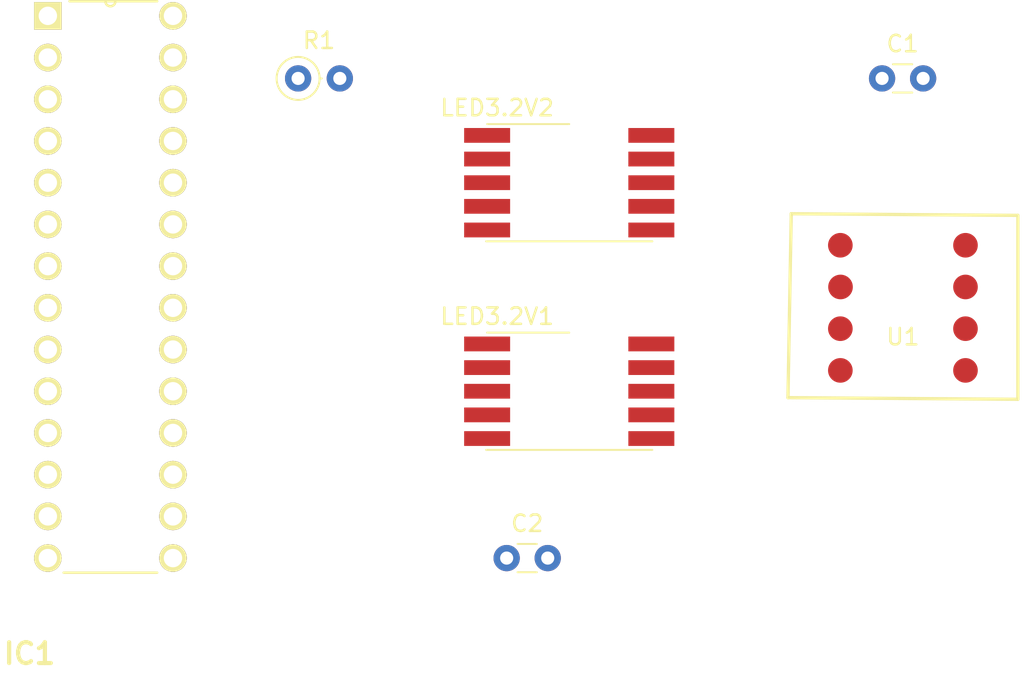
<source format=kicad_pcb>
(kicad_pcb (version 4) (host pcbnew 4.0.1-stable)

  (general
    (links 36)
    (no_connects 36)
    (area 0 0 0 0)
    (thickness 1.6)
    (drawings 0)
    (tracks 0)
    (zones 0)
    (modules 7)
    (nets 27)
  )

  (page A4)
  (layers
    (0 F.Cu signal)
    (31 B.Cu signal)
    (32 B.Adhes user)
    (33 F.Adhes user)
    (34 B.Paste user)
    (35 F.Paste user)
    (36 B.SilkS user)
    (37 F.SilkS user)
    (38 B.Mask user)
    (39 F.Mask user)
    (40 Dwgs.User user)
    (41 Cmts.User user)
    (42 Eco1.User user)
    (43 Eco2.User user)
    (44 Edge.Cuts user)
    (45 Margin user)
    (46 B.CrtYd user)
    (47 F.CrtYd user)
    (48 B.Fab user)
    (49 F.Fab user)
  )

  (setup
    (last_trace_width 0.25)
    (trace_clearance 0.2)
    (zone_clearance 0.508)
    (zone_45_only no)
    (trace_min 0.2)
    (segment_width 0.2)
    (edge_width 0.15)
    (via_size 0.6)
    (via_drill 0.4)
    (via_min_size 0.4)
    (via_min_drill 0.3)
    (uvia_size 0.3)
    (uvia_drill 0.1)
    (uvias_allowed no)
    (uvia_min_size 0.2)
    (uvia_min_drill 0.1)
    (pcb_text_width 0.3)
    (pcb_text_size 1.5 1.5)
    (mod_edge_width 0.15)
    (mod_text_size 1 1)
    (mod_text_width 0.15)
    (pad_size 1.524 1.524)
    (pad_drill 0.762)
    (pad_to_mask_clearance 0.2)
    (aux_axis_origin 0 0)
    (visible_elements 7FFFFFFF)
    (pcbplotparams
      (layerselection 0x00030_80000001)
      (usegerberextensions false)
      (excludeedgelayer true)
      (linewidth 0.100000)
      (plotframeref false)
      (viasonmask false)
      (mode 1)
      (useauxorigin false)
      (hpglpennumber 1)
      (hpglpenspeed 20)
      (hpglpendiameter 15)
      (hpglpenoverlay 2)
      (psnegative false)
      (psa4output false)
      (plotreference true)
      (plotvalue true)
      (plotinvisibletext false)
      (padsonsilk false)
      (subtractmaskfromsilk false)
      (outputformat 1)
      (mirror false)
      (drillshape 1)
      (scaleselection 1)
      (outputdirectory ""))
  )

  (net 0 "")
  (net 1 VCC)
  (net 2 GND)
  (net 3 "Net-(C2-Pad1)")
  (net 4 "Net-(IC1-Pad1)")
  (net 5 "Net-(IC1-Pad2)")
  (net 6 "Net-(IC1-Pad3)")
  (net 7 "Net-(IC1-Pad4)")
  (net 8 "Net-(IC1-Pad5)")
  (net 9 "Net-(IC1-Pad6)")
  (net 10 "Net-(IC1-Pad9)")
  (net 11 "Net-(IC1-Pad10)")
  (net 12 "Net-(IC1-Pad11)")
  (net 13 "Net-(IC1-Pad12)")
  (net 14 "Net-(IC1-Pad13)")
  (net 15 "Net-(IC1-Pad14)")
  (net 16 "Net-(IC1-Pad15)")
  (net 17 "Net-(IC1-Pad16)")
  (net 18 "Net-(IC1-Pad17)")
  (net 19 "Net-(IC1-Pad18)")
  (net 20 "Net-(IC1-Pad19)")
  (net 21 "Net-(IC1-Pad23)")
  (net 22 "Net-(IC1-Pad24)")
  (net 23 "Net-(IC1-Pad25)")
  (net 24 "Net-(IC1-Pad26)")
  (net 25 "Net-(IC1-Pad27)")
  (net 26 "Net-(IC1-Pad28)")

  (net_class Default "これは標準のネット クラスです。"
    (clearance 0.2)
    (trace_width 0.25)
    (via_dia 0.6)
    (via_drill 0.4)
    (uvia_dia 0.3)
    (uvia_drill 0.1)
    (add_net GND)
    (add_net "Net-(C2-Pad1)")
    (add_net "Net-(IC1-Pad1)")
    (add_net "Net-(IC1-Pad10)")
    (add_net "Net-(IC1-Pad11)")
    (add_net "Net-(IC1-Pad12)")
    (add_net "Net-(IC1-Pad13)")
    (add_net "Net-(IC1-Pad14)")
    (add_net "Net-(IC1-Pad15)")
    (add_net "Net-(IC1-Pad16)")
    (add_net "Net-(IC1-Pad17)")
    (add_net "Net-(IC1-Pad18)")
    (add_net "Net-(IC1-Pad19)")
    (add_net "Net-(IC1-Pad2)")
    (add_net "Net-(IC1-Pad23)")
    (add_net "Net-(IC1-Pad24)")
    (add_net "Net-(IC1-Pad25)")
    (add_net "Net-(IC1-Pad26)")
    (add_net "Net-(IC1-Pad27)")
    (add_net "Net-(IC1-Pad28)")
    (add_net "Net-(IC1-Pad3)")
    (add_net "Net-(IC1-Pad4)")
    (add_net "Net-(IC1-Pad5)")
    (add_net "Net-(IC1-Pad6)")
    (add_net "Net-(IC1-Pad9)")
    (add_net VCC)
  )

  (module Capacitors_ThroughHole:C_Disc_D3.0mm_W1.6mm_P2.50mm (layer F.Cu) (tedit 597BC7C2) (tstamp 5ABB7953)
    (at 140.97 74.93)
    (descr "C, Disc series, Radial, pin pitch=2.50mm, , diameter*width=3.0*1.6mm^2, Capacitor, http://www.vishay.com/docs/45233/krseries.pdf")
    (tags "C Disc series Radial pin pitch 2.50mm  diameter 3.0mm width 1.6mm Capacitor")
    (path /5ABB5354)
    (fp_text reference C1 (at 1.25 -2.11) (layer F.SilkS)
      (effects (font (size 1 1) (thickness 0.15)))
    )
    (fp_text value 0.1u (at 1.25 2.11) (layer F.Fab)
      (effects (font (size 1 1) (thickness 0.15)))
    )
    (fp_line (start -0.25 -0.8) (end -0.25 0.8) (layer F.Fab) (width 0.1))
    (fp_line (start -0.25 0.8) (end 2.75 0.8) (layer F.Fab) (width 0.1))
    (fp_line (start 2.75 0.8) (end 2.75 -0.8) (layer F.Fab) (width 0.1))
    (fp_line (start 2.75 -0.8) (end -0.25 -0.8) (layer F.Fab) (width 0.1))
    (fp_line (start 0.663 -0.861) (end 1.837 -0.861) (layer F.SilkS) (width 0.12))
    (fp_line (start 0.663 0.861) (end 1.837 0.861) (layer F.SilkS) (width 0.12))
    (fp_line (start -1.05 -1.15) (end -1.05 1.15) (layer F.CrtYd) (width 0.05))
    (fp_line (start -1.05 1.15) (end 3.55 1.15) (layer F.CrtYd) (width 0.05))
    (fp_line (start 3.55 1.15) (end 3.55 -1.15) (layer F.CrtYd) (width 0.05))
    (fp_line (start 3.55 -1.15) (end -1.05 -1.15) (layer F.CrtYd) (width 0.05))
    (fp_text user %R (at 1.25 0) (layer F.Fab)
      (effects (font (size 1 1) (thickness 0.15)))
    )
    (pad 1 thru_hole circle (at 0 0) (size 1.6 1.6) (drill 0.8) (layers *.Cu *.Mask)
      (net 1 VCC))
    (pad 2 thru_hole circle (at 2.5 0) (size 1.6 1.6) (drill 0.8) (layers *.Cu *.Mask)
      (net 2 GND))
    (model ${KISYS3DMOD}/Capacitors_THT.3dshapes/C_Disc_D3.0mm_W1.6mm_P2.50mm.wrl
      (at (xyz 0 0 0))
      (scale (xyz 1 1 1))
      (rotate (xyz 0 0 0))
    )
  )

  (module Capacitors_ThroughHole:C_Disc_D3.0mm_W1.6mm_P2.50mm (layer F.Cu) (tedit 597BC7C2) (tstamp 5ABB7959)
    (at 118.11 104.14)
    (descr "C, Disc series, Radial, pin pitch=2.50mm, , diameter*width=3.0*1.6mm^2, Capacitor, http://www.vishay.com/docs/45233/krseries.pdf")
    (tags "C Disc series Radial pin pitch 2.50mm  diameter 3.0mm width 1.6mm Capacitor")
    (path /5ABB3D43)
    (fp_text reference C2 (at 1.25 -2.11) (layer F.SilkS)
      (effects (font (size 1 1) (thickness 0.15)))
    )
    (fp_text value 0.1u (at 1.25 2.11) (layer F.Fab)
      (effects (font (size 1 1) (thickness 0.15)))
    )
    (fp_line (start -0.25 -0.8) (end -0.25 0.8) (layer F.Fab) (width 0.1))
    (fp_line (start -0.25 0.8) (end 2.75 0.8) (layer F.Fab) (width 0.1))
    (fp_line (start 2.75 0.8) (end 2.75 -0.8) (layer F.Fab) (width 0.1))
    (fp_line (start 2.75 -0.8) (end -0.25 -0.8) (layer F.Fab) (width 0.1))
    (fp_line (start 0.663 -0.861) (end 1.837 -0.861) (layer F.SilkS) (width 0.12))
    (fp_line (start 0.663 0.861) (end 1.837 0.861) (layer F.SilkS) (width 0.12))
    (fp_line (start -1.05 -1.15) (end -1.05 1.15) (layer F.CrtYd) (width 0.05))
    (fp_line (start -1.05 1.15) (end 3.55 1.15) (layer F.CrtYd) (width 0.05))
    (fp_line (start 3.55 1.15) (end 3.55 -1.15) (layer F.CrtYd) (width 0.05))
    (fp_line (start 3.55 -1.15) (end -1.05 -1.15) (layer F.CrtYd) (width 0.05))
    (fp_text user %R (at 1.25 0) (layer F.Fab)
      (effects (font (size 1 1) (thickness 0.15)))
    )
    (pad 1 thru_hole circle (at 0 0) (size 1.6 1.6) (drill 0.8) (layers *.Cu *.Mask)
      (net 3 "Net-(C2-Pad1)"))
    (pad 2 thru_hole circle (at 2.5 0) (size 1.6 1.6) (drill 0.8) (layers *.Cu *.Mask)
      (net 2 GND))
    (model ${KISYS3DMOD}/Capacitors_THT.3dshapes/C_Disc_D3.0mm_W1.6mm_P2.50mm.wrl
      (at (xyz 0 0 0))
      (scale (xyz 1 1 1))
      (rotate (xyz 0 0 0))
    )
  )

  (module SamacSys_Parts:DIP254P762X457-28 (layer F.Cu) (tedit 5AB0B197) (tstamp 5ABB7979)
    (at 97.79 104.14)
    (descr DIP254P762X457-28-ren1)
    (tags "Integrated Circuit")
    (path /5ABB484A)
    (fp_text reference IC1 (at -8.7376 5.8166) (layer F.SilkS)
      (effects (font (size 1.27 1.27) (thickness 0.254)))
    )
    (fp_text value ATMEGA168-20PU?Arduino (at -8.7376 5.8166) (layer F.SilkS) hide
      (effects (font (size 1.27 1.27) (thickness 0.254)))
    )
    (fp_line (start -6.6548 0.889) (end -0.9652 0.889) (layer F.SilkS) (width 0.1524))
    (fp_line (start -0.9652 -33.909) (end -3.5052 -33.909) (layer F.SilkS) (width 0.1524))
    (fp_line (start -3.5052 -33.909) (end -4.1148 -33.909) (layer F.SilkS) (width 0.1524))
    (fp_line (start -4.1148 -33.909) (end -6.2992 -33.909) (layer F.SilkS) (width 0.1524))
    (fp_arc (start -3.81 -33.909) (end -3.5052 -33.909) (angle 180) (layer F.SilkS) (width 0.1524))
    (pad 1 thru_hole rect (at -7.62 -33.02 90) (size 1.6764 1.6764) (drill 1.1176) (layers *.Cu *.Mask F.SilkS)
      (net 4 "Net-(IC1-Pad1)"))
    (pad 2 thru_hole circle (at -7.62 -30.48 90) (size 1.6764 1.6764) (drill 1.1176) (layers *.Cu *.Mask F.SilkS)
      (net 5 "Net-(IC1-Pad2)"))
    (pad 3 thru_hole circle (at -7.62 -27.94 90) (size 1.6764 1.6764) (drill 1.1176) (layers *.Cu *.Mask F.SilkS)
      (net 6 "Net-(IC1-Pad3)"))
    (pad 4 thru_hole circle (at -7.62 -25.4 90) (size 1.6764 1.6764) (drill 1.1176) (layers *.Cu *.Mask F.SilkS)
      (net 7 "Net-(IC1-Pad4)"))
    (pad 5 thru_hole circle (at -7.62 -22.86 90) (size 1.6764 1.6764) (drill 1.1176) (layers *.Cu *.Mask F.SilkS)
      (net 8 "Net-(IC1-Pad5)"))
    (pad 6 thru_hole circle (at -7.62 -20.32 90) (size 1.6764 1.6764) (drill 1.1176) (layers *.Cu *.Mask F.SilkS)
      (net 9 "Net-(IC1-Pad6)"))
    (pad 7 thru_hole circle (at -7.62 -17.78 90) (size 1.6764 1.6764) (drill 1.1176) (layers *.Cu *.Mask F.SilkS)
      (net 1 VCC))
    (pad 8 thru_hole circle (at -7.62 -15.24 90) (size 1.6764 1.6764) (drill 1.1176) (layers *.Cu *.Mask F.SilkS)
      (net 2 GND))
    (pad 9 thru_hole circle (at -7.62 -12.7 90) (size 1.6764 1.6764) (drill 1.1176) (layers *.Cu *.Mask F.SilkS)
      (net 10 "Net-(IC1-Pad9)"))
    (pad 10 thru_hole circle (at -7.62 -10.16 90) (size 1.6764 1.6764) (drill 1.1176) (layers *.Cu *.Mask F.SilkS)
      (net 11 "Net-(IC1-Pad10)"))
    (pad 11 thru_hole circle (at -7.62 -7.62 90) (size 1.6764 1.6764) (drill 1.1176) (layers *.Cu *.Mask F.SilkS)
      (net 12 "Net-(IC1-Pad11)"))
    (pad 12 thru_hole circle (at -7.62 -5.08 90) (size 1.6764 1.6764) (drill 1.1176) (layers *.Cu *.Mask F.SilkS)
      (net 13 "Net-(IC1-Pad12)"))
    (pad 13 thru_hole circle (at -7.62 -2.54 90) (size 1.6764 1.6764) (drill 1.1176) (layers *.Cu *.Mask F.SilkS)
      (net 14 "Net-(IC1-Pad13)"))
    (pad 14 thru_hole circle (at -7.62 0 90) (size 1.6764 1.6764) (drill 1.1176) (layers *.Cu *.Mask F.SilkS)
      (net 15 "Net-(IC1-Pad14)"))
    (pad 15 thru_hole circle (at 0 0 90) (size 1.6764 1.6764) (drill 1.1176) (layers *.Cu *.Mask F.SilkS)
      (net 16 "Net-(IC1-Pad15)"))
    (pad 16 thru_hole circle (at 0 -2.54 90) (size 1.6764 1.6764) (drill 1.1176) (layers *.Cu *.Mask F.SilkS)
      (net 17 "Net-(IC1-Pad16)"))
    (pad 17 thru_hole circle (at 0 -5.08 90) (size 1.6764 1.6764) (drill 1.1176) (layers *.Cu *.Mask F.SilkS)
      (net 18 "Net-(IC1-Pad17)"))
    (pad 18 thru_hole circle (at 0 -7.62 90) (size 1.6764 1.6764) (drill 1.1176) (layers *.Cu *.Mask F.SilkS)
      (net 19 "Net-(IC1-Pad18)"))
    (pad 19 thru_hole circle (at 0 -10.16 90) (size 1.6764 1.6764) (drill 1.1176) (layers *.Cu *.Mask F.SilkS)
      (net 20 "Net-(IC1-Pad19)"))
    (pad 20 thru_hole circle (at 0 -12.7 90) (size 1.6764 1.6764) (drill 1.1176) (layers *.Cu *.Mask F.SilkS)
      (net 1 VCC))
    (pad 21 thru_hole circle (at 0 -15.24 90) (size 1.6764 1.6764) (drill 1.1176) (layers *.Cu *.Mask F.SilkS)
      (net 3 "Net-(C2-Pad1)"))
    (pad 22 thru_hole circle (at 0 -17.78 90) (size 1.6764 1.6764) (drill 1.1176) (layers *.Cu *.Mask F.SilkS)
      (net 2 GND))
    (pad 23 thru_hole circle (at 0 -20.32 90) (size 1.6764 1.6764) (drill 1.1176) (layers *.Cu *.Mask F.SilkS)
      (net 21 "Net-(IC1-Pad23)"))
    (pad 24 thru_hole circle (at 0 -22.86 90) (size 1.6764 1.6764) (drill 1.1176) (layers *.Cu *.Mask F.SilkS)
      (net 22 "Net-(IC1-Pad24)"))
    (pad 25 thru_hole circle (at 0 -25.4 90) (size 1.6764 1.6764) (drill 1.1176) (layers *.Cu *.Mask F.SilkS)
      (net 23 "Net-(IC1-Pad25)"))
    (pad 26 thru_hole circle (at 0 -27.94 90) (size 1.6764 1.6764) (drill 1.1176) (layers *.Cu *.Mask F.SilkS)
      (net 24 "Net-(IC1-Pad26)"))
    (pad 27 thru_hole circle (at 0 -30.48 90) (size 1.6764 1.6764) (drill 1.1176) (layers *.Cu *.Mask F.SilkS)
      (net 25 "Net-(IC1-Pad27)"))
    (pad 28 thru_hole circle (at 0 -33.02 90) (size 1.6764 1.6764) (drill 1.1176) (layers *.Cu *.Mask F.SilkS)
      (net 26 "Net-(IC1-Pad28)"))
  )

  (module Displays_7-Segment:KCSC02-136 (layer F.Cu) (tedit 597CA69D) (tstamp 5ABB7987)
    (at 121.92 93.98)
    (descr "http://www.kingbright.com/attachments/file/psearch/000/00/00/KCSC02-136(Ver.6B).pdf")
    (tags "Single digit 7 segement super bright yellow LED")
    (path /5AACC3D1)
    (attr smd)
    (fp_text reference LED3.2V1 (at -4.39 -4.56) (layer F.SilkS)
      (effects (font (size 1 1) (thickness 0.15)))
    )
    (fp_text value 10-PA5 (at -1.51 4.55) (layer F.Fab)
      (effects (font (size 1 1) (thickness 0.15)))
    )
    (fp_text user %R (at 0.61 0.01) (layer F.Fab)
      (effects (font (size 1 1) (thickness 0.15)))
    )
    (fp_line (start -6.65 -3.7) (end 6.65 -3.7) (layer F.CrtYd) (width 0.05))
    (fp_line (start 6.65 -3.7) (end 6.65 3.7) (layer F.CrtYd) (width 0.05))
    (fp_line (start 6.65 3.7) (end -6.65 3.7) (layer F.CrtYd) (width 0.05))
    (fp_line (start -6.65 -3.7) (end -6.65 3.7) (layer F.CrtYd) (width 0.05))
    (fp_line (start 5.06 3.57) (end -5.06 3.57) (layer F.SilkS) (width 0.12))
    (fp_line (start -5 -3.57) (end 0 -3.57) (layer F.SilkS) (width 0.12))
    (fp_line (start 5 3.45) (end -5 3.45) (layer F.Fab) (width 0.1))
    (fp_line (start -5 3.45) (end -5 -1.45) (layer F.Fab) (width 0.1))
    (fp_line (start -5 -1.45) (end -3 -3.45) (layer F.Fab) (width 0.1))
    (fp_line (start -3 -3.45) (end 5 -3.45) (layer F.Fab) (width 0.1))
    (fp_line (start 5 -3.45) (end 5 3.45) (layer F.Fab) (width 0.1))
    (pad 1 smd rect (at -5 -2.88) (size 2.8 0.9) (layers F.Cu F.Paste F.Mask)
      (net 13 "Net-(IC1-Pad12)"))
    (pad 2 smd rect (at -5 -1.44) (size 2.8 0.9) (layers F.Cu F.Paste F.Mask)
      (net 12 "Net-(IC1-Pad11)"))
    (pad 3 smd rect (at -5 0) (size 2.8 0.9) (layers F.Cu F.Paste F.Mask)
      (net 22 "Net-(IC1-Pad24)"))
    (pad 4 smd rect (at -5 1.44) (size 2.8 0.9) (layers F.Cu F.Paste F.Mask)
      (net 9 "Net-(IC1-Pad6)"))
    (pad 5 smd rect (at -5 2.88) (size 2.8 0.9) (layers F.Cu F.Paste F.Mask)
      (net 16 "Net-(IC1-Pad15)"))
    (pad 6 smd rect (at 5 2.88) (size 2.8 0.9) (layers F.Cu F.Paste F.Mask)
      (net 8 "Net-(IC1-Pad5)"))
    (pad 7 smd rect (at 5 1.44) (size 2.8 0.9) (layers F.Cu F.Paste F.Mask)
      (net 7 "Net-(IC1-Pad4)"))
    (pad 8 smd rect (at 5 0) (size 2.8 0.9) (layers F.Cu F.Paste F.Mask)
      (net 22 "Net-(IC1-Pad24)"))
    (pad 9 smd rect (at 5 -1.44) (size 2.8 0.9) (layers F.Cu F.Paste F.Mask)
      (net 14 "Net-(IC1-Pad13)"))
    (pad 10 smd rect (at 5 -2.88) (size 2.8 0.9) (layers F.Cu F.Paste F.Mask)
      (net 15 "Net-(IC1-Pad14)"))
    (model ${KISYS3DMOD}/Displays_7-Segment.3dshapes/KCSC02-136.wrl
      (at (xyz 0 0 0))
      (scale (xyz 1 1 1))
      (rotate (xyz 0 0 0))
    )
  )

  (module Displays_7-Segment:KCSC02-136 (layer F.Cu) (tedit 597CA69D) (tstamp 5ABB7995)
    (at 121.92 81.28)
    (descr "http://www.kingbright.com/attachments/file/psearch/000/00/00/KCSC02-136(Ver.6B).pdf")
    (tags "Single digit 7 segement super bright yellow LED")
    (path /5AACC4A6)
    (attr smd)
    (fp_text reference LED3.2V2 (at -4.39 -4.56) (layer F.SilkS)
      (effects (font (size 1 1) (thickness 0.15)))
    )
    (fp_text value 10-PA5 (at -1.51 4.55) (layer F.Fab)
      (effects (font (size 1 1) (thickness 0.15)))
    )
    (fp_text user %R (at 0.61 0.01) (layer F.Fab)
      (effects (font (size 1 1) (thickness 0.15)))
    )
    (fp_line (start -6.65 -3.7) (end 6.65 -3.7) (layer F.CrtYd) (width 0.05))
    (fp_line (start 6.65 -3.7) (end 6.65 3.7) (layer F.CrtYd) (width 0.05))
    (fp_line (start 6.65 3.7) (end -6.65 3.7) (layer F.CrtYd) (width 0.05))
    (fp_line (start -6.65 -3.7) (end -6.65 3.7) (layer F.CrtYd) (width 0.05))
    (fp_line (start 5.06 3.57) (end -5.06 3.57) (layer F.SilkS) (width 0.12))
    (fp_line (start -5 -3.57) (end 0 -3.57) (layer F.SilkS) (width 0.12))
    (fp_line (start 5 3.45) (end -5 3.45) (layer F.Fab) (width 0.1))
    (fp_line (start -5 3.45) (end -5 -1.45) (layer F.Fab) (width 0.1))
    (fp_line (start -5 -1.45) (end -3 -3.45) (layer F.Fab) (width 0.1))
    (fp_line (start -3 -3.45) (end 5 -3.45) (layer F.Fab) (width 0.1))
    (fp_line (start 5 -3.45) (end 5 3.45) (layer F.Fab) (width 0.1))
    (pad 1 smd rect (at -5 -2.88) (size 2.8 0.9) (layers F.Cu F.Paste F.Mask)
      (net 13 "Net-(IC1-Pad12)"))
    (pad 2 smd rect (at -5 -1.44) (size 2.8 0.9) (layers F.Cu F.Paste F.Mask)
      (net 12 "Net-(IC1-Pad11)"))
    (pad 3 smd rect (at -5 0) (size 2.8 0.9) (layers F.Cu F.Paste F.Mask)
      (net 21 "Net-(IC1-Pad23)"))
    (pad 4 smd rect (at -5 1.44) (size 2.8 0.9) (layers F.Cu F.Paste F.Mask)
      (net 9 "Net-(IC1-Pad6)"))
    (pad 5 smd rect (at -5 2.88) (size 2.8 0.9) (layers F.Cu F.Paste F.Mask)
      (net 16 "Net-(IC1-Pad15)"))
    (pad 6 smd rect (at 5 2.88) (size 2.8 0.9) (layers F.Cu F.Paste F.Mask)
      (net 8 "Net-(IC1-Pad5)"))
    (pad 7 smd rect (at 5 1.44) (size 2.8 0.9) (layers F.Cu F.Paste F.Mask)
      (net 7 "Net-(IC1-Pad4)"))
    (pad 8 smd rect (at 5 0) (size 2.8 0.9) (layers F.Cu F.Paste F.Mask)
      (net 21 "Net-(IC1-Pad23)"))
    (pad 9 smd rect (at 5 -1.44) (size 2.8 0.9) (layers F.Cu F.Paste F.Mask)
      (net 14 "Net-(IC1-Pad13)"))
    (pad 10 smd rect (at 5 -2.88) (size 2.8 0.9) (layers F.Cu F.Paste F.Mask)
      (net 15 "Net-(IC1-Pad14)"))
    (model ${KISYS3DMOD}/Displays_7-Segment.3dshapes/KCSC02-136.wrl
      (at (xyz 0 0 0))
      (scale (xyz 1 1 1))
      (rotate (xyz 0 0 0))
    )
  )

  (module Resistors_ThroughHole:R_Axial_DIN0207_L6.3mm_D2.5mm_P2.54mm_Vertical (layer F.Cu) (tedit 5874F706) (tstamp 5ABB799B)
    (at 105.41 74.93)
    (descr "Resistor, Axial_DIN0207 series, Axial, Vertical, pin pitch=2.54mm, 0.25W = 1/4W, length*diameter=6.3*2.5mm^2, http://cdn-reichelt.de/documents/datenblatt/B400/1_4W%23YAG.pdf")
    (tags "Resistor Axial_DIN0207 series Axial Vertical pin pitch 2.54mm 0.25W = 1/4W length 6.3mm diameter 2.5mm")
    (path /5ABB64CA)
    (fp_text reference R1 (at 1.27 -2.31) (layer F.SilkS)
      (effects (font (size 1 1) (thickness 0.15)))
    )
    (fp_text value 10k (at 1.27 2.31) (layer F.Fab)
      (effects (font (size 1 1) (thickness 0.15)))
    )
    (fp_circle (center 0 0) (end 1.25 0) (layer F.Fab) (width 0.1))
    (fp_circle (center 0 0) (end 1.31 0) (layer F.SilkS) (width 0.12))
    (fp_line (start 0 0) (end 2.54 0) (layer F.Fab) (width 0.1))
    (fp_line (start 1.31 0) (end 1.44 0) (layer F.SilkS) (width 0.12))
    (fp_line (start -1.6 -1.6) (end -1.6 1.6) (layer F.CrtYd) (width 0.05))
    (fp_line (start -1.6 1.6) (end 3.65 1.6) (layer F.CrtYd) (width 0.05))
    (fp_line (start 3.65 1.6) (end 3.65 -1.6) (layer F.CrtYd) (width 0.05))
    (fp_line (start 3.65 -1.6) (end -1.6 -1.6) (layer F.CrtYd) (width 0.05))
    (pad 1 thru_hole circle (at 0 0) (size 1.6 1.6) (drill 0.8) (layers *.Cu *.Mask)
      (net 4 "Net-(IC1-Pad1)"))
    (pad 2 thru_hole oval (at 2.54 0) (size 1.6 1.6) (drill 0.8) (layers *.Cu *.Mask)
      (net 1 VCC))
    (model ${KISYS3DMOD}/Resistors_THT.3dshapes/R_Axial_DIN0207_L6.3mm_D2.5mm_P2.54mm_Vertical.wrl
      (at (xyz 0 0 0))
      (scale (xyz 0.393701 0.393701 0.393701))
      (rotate (xyz 0 0 0))
    )
  )

  (module kicdFirstProject:SCP1000-D01 (layer F.Cu) (tedit 5AAC11D6) (tstamp 5ABB79A7)
    (at 142.24 90.17)
    (path /5A87E242)
    (fp_text reference U1 (at 0 0.5) (layer F.SilkS)
      (effects (font (size 1 1) (thickness 0.15)))
    )
    (fp_text value AE-SCP1000-D01 (at 0.3 -9.4) (layer F.Fab)
      (effects (font (size 1 1) (thickness 0.15)))
    )
    (fp_line (start -6.8 -7) (end 7 -6.9) (layer F.SilkS) (width 0.2))
    (fp_line (start 7 -6.9) (end 7 4.3) (layer F.SilkS) (width 0.2))
    (fp_line (start 7 4.3) (end -7 4.2) (layer F.SilkS) (width 0.2))
    (fp_line (start -7 4.2) (end -6.8 -7) (layer F.SilkS) (width 0.2))
    (fp_line (start -6.8 -7) (end -6.8 -6.9) (layer F.SilkS) (width 0.2))
    (pad 5 smd circle (at 3.81 2.54) (size 1.5 1.5) (layers F.Cu F.Paste F.Mask)
      (net 18 "Net-(IC1-Pad17)"))
    (pad 4 smd circle (at -3.81 2.54) (size 1.5 1.5) (layers F.Cu F.Paste F.Mask)
      (net 2 GND))
    (pad 6 smd circle (at 3.81 0) (size 1.5 1.5) (layers F.Cu F.Paste F.Mask)
      (net 19 "Net-(IC1-Pad18)"))
    (pad 3 smd circle (at -3.81 0) (size 1.5 1.5) (layers F.Cu F.Paste F.Mask)
      (net 20 "Net-(IC1-Pad19)"))
    (pad 2 smd circle (at -3.8 -2.54) (size 1.5 1.5) (layers F.Cu F.Paste F.Mask)
      (net 2 GND))
    (pad 7 smd circle (at 3.81 -2.54) (size 1.5 1.5) (layers F.Cu F.Paste F.Mask)
      (net 17 "Net-(IC1-Pad16)"))
    (pad 1 smd circle (at -3.81 -5.08) (size 1.5 1.5) (layers F.Cu F.Paste F.Mask)
      (net 2 GND))
    (pad 8 smd circle (at 3.81 -5.08) (size 1.5 1.5) (layers F.Cu F.Paste F.Mask)
      (net 1 VCC))
  )

)

</source>
